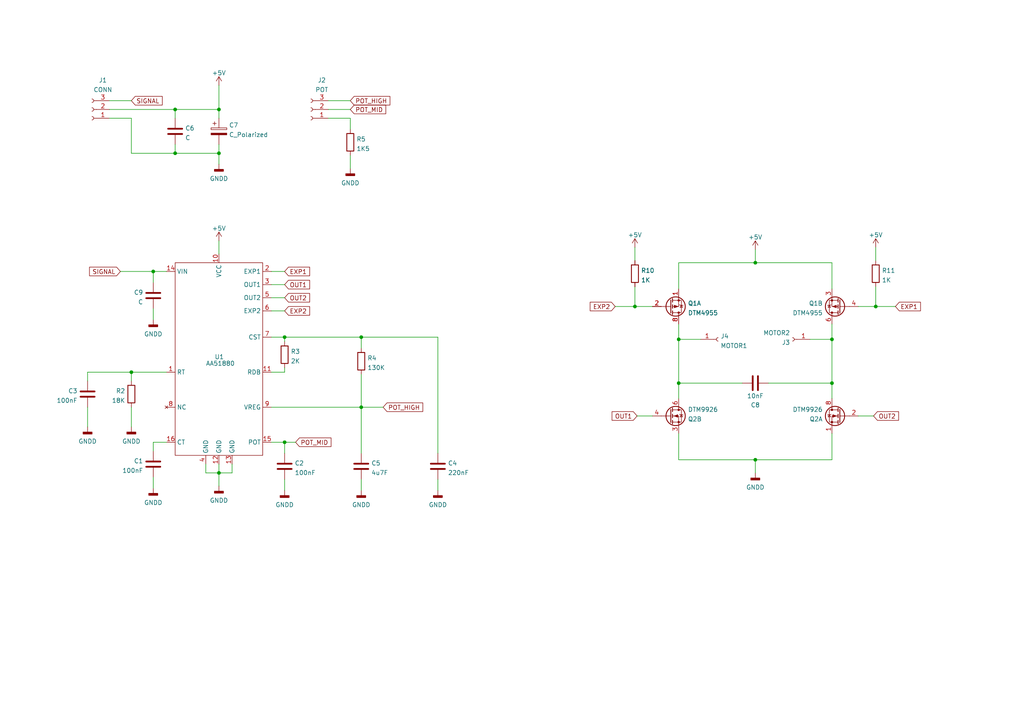
<source format=kicad_sch>
(kicad_sch (version 20211123) (generator eeschema)
  (paper "A4")
  (lib_symbols
    (symbol "Connector:Conn_01x01_Female" (pin_names (offset 1.016) hide)
      (property "Reference" "J" (at 0 2.54 0))
      (property "Value" "Conn_01x01_Female" (at 0 -2.54 0))
      (symbol "Conn_01x01_Female_1_1"
        (polyline (pts (xy -1.27 0) (xy -0.508 0)) (stroke (width 0.1524)))
        (arc (start 0 0.508) (mid -0.508 0) (end 0 -0.508) (stroke (width 0.1524)))
        (pin passive line (at -5.08 0 0) (length 3.81) (name "Pin_1") (number "1"))
      )
    )
    (symbol "Connector:Conn_01x03_Female" (pin_names (offset 1.016) hide)
      (property "Reference" "J" (at 0 5.08 0))
      (property "Value" "Conn_01x03_Female" (at 0 -5.08 0))
      (symbol "Conn_01x03_Female_1_1"
        (arc (start 0 -2.032) (mid -0.508 -2.54) (end 0 -3.048) (stroke (width 0.1524)))
        (polyline (pts (xy -1.27 -2.54) (xy -0.508 -2.54)) (stroke (width 0.1524)))
        (polyline (pts (xy -1.27 0) (xy -0.508 0)) (stroke (width 0.1524)))
        (polyline (pts (xy -1.27 2.54) (xy -0.508 2.54)) (stroke (width 0.1524)))
        (arc (start 0 0.508) (mid -0.508 0) (end 0 -0.508) (stroke (width 0.1524)))
        (arc (start 0 3.048) (mid -0.508 2.54) (end 0 2.032) (stroke (width 0.1524)))
        (pin passive line (at -5.08 2.54 0) (length 3.81) (name "Pin_1") (number "1"))
        (pin passive line (at -5.08 0 0) (length 3.81) (name "Pin_2") (number "2"))
        (pin passive line (at -5.08 -2.54 0) (length 3.81) (name "Pin_3") (number "3"))
      )
    )
    (symbol "Custom:AA51880"
      (property "Reference" "U" (at 0 11.43 0))
      (property "Value" "AA51880" (at 0 8.89 0))
      (symbol "AA51880_0_1"
        (rectangle (start -12.7 27.94) (end 12.7 -27.94) (stroke (width 0.1524)))
      )
      (symbol "AA51880_1_1"
        (pin passive line (at -15.24 -3.81 0) (length 2.54) (name "RT") (number "1"))
        (pin power_in line (at 0 30.48 270) (length 2.54) (name "VCC") (number "10"))
        (pin input line (at 15.24 -3.81 180) (length 2.54) (name "RDB") (number "11"))
        (pin power_in line (at 0 -30.48 90) (length 2.54) (name "GND") (number "12"))
        (pin power_in line (at 3.81 -30.48 90) (length 2.54) (name "GND") (number "13"))
        (pin power_in line (at -15.24 25.4 0) (length 2.54) (name "VIN") (number "14"))
        (pin input line (at 15.24 -24.13 180) (length 2.54) (name "POT") (number "15"))
        (pin passive line (at -15.24 -24.13 0) (length 2.54) (name "CT") (number "16"))
        (pin output line (at 15.24 25.4 180) (length 2.54) (name "EXP1") (number "2"))
        (pin output line (at 15.24 21.59 180) (length 2.54) (name "OUT1") (number "3"))
        (pin power_in line (at -3.81 -30.48 90) (length 2.54) (name "GND") (number "4"))
        (pin output line (at 15.24 17.78 180) (length 2.54) (name "OUT2") (number "5"))
        (pin output line (at 15.24 13.97 180) (length 2.54) (name "EXP2") (number "6"))
        (pin passive line (at 15.24 6.35 180) (length 2.54) (name "CST") (number "7"))
        (pin no_connect line (at -15.24 -13.97 0) (length 2.54) (name "NC") (number "8"))
        (pin output line (at 15.24 -13.97 180) (length 2.54) (name "VREG") (number "9"))
      )
    )
    (symbol "Custom:DTM4955" (pin_names hide)
      (property "Reference" "Q" (at 5.08 1.905 0))
      (property "Value" "DTM4955" (at 5.08 0 0))
      (symbol "DTM4955_0_1"
        (polyline (pts (xy 0.254 0) (xy -2.54 0)))
        (polyline (pts (xy 0.254 1.905) (xy 0.254 -1.905)) (stroke (width 0.254)))
        (polyline (pts (xy 0.762 -1.27) (xy 0.762 -2.286)) (stroke (width 0.254)))
        (polyline (pts (xy 0.762 0.508) (xy 0.762 -0.508)) (stroke (width 0.254)))
        (polyline (pts (xy 0.762 2.286) (xy 0.762 1.27)) (stroke (width 0.254)))
        (polyline (pts (xy 2.54 2.54) (xy 2.54 1.778)))
        (polyline (pts (xy 2.54 -2.54) (xy 2.54 0) (xy 0.762 0)))
        (polyline (pts (xy 0.762 1.778) (xy 3.302 1.778) (xy 3.302 -1.778) (xy 0.762 -1.778)))
        (polyline (pts (xy 2.286 0) (xy 1.27 -0.381) (xy 1.27 0.381) (xy 2.286 0)) (fill (type outline)))
        (polyline (pts (xy 2.794 -0.508) (xy 2.921 -0.381) (xy 3.683 -0.381) (xy 3.81 -0.254)))
        (polyline (pts (xy 3.302 -0.381) (xy 2.921 0.254) (xy 3.683 0.254) (xy 3.302 -0.381)))
        (circle (center 1.651 0) (radius 2.794) (stroke (width 0.254)))
        (circle (center 2.54 -1.778) (radius 0.254) (fill (type outline)))
        (circle (center 2.54 1.778) (radius 0.254) (fill (type outline)))
      )
      (symbol "DTM4955_1_1"
        (pin passive line (at 2.54 -5.08 90) (length 2.54) (name "S1") (number "1"))
        (pin input line (at -5.08 0 0) (length 2.54) (name "G1") (number "2"))
        (pin passive line (at 2.54 5.08 270) (length 2.54) hide (name "D1") (number "7"))
        (pin passive line (at 2.54 5.08 270) (length 2.54) (name "D1") (number "8"))
      )
      (symbol "DTM4955_2_1"
        (pin passive line (at 2.54 -5.08 90) (length 2.54) (name "S2") (number "3"))
        (pin input line (at -5.08 0 0) (length 2.54) (name "G2") (number "4"))
        (pin passive line (at 2.54 5.08 270) (length 2.54) hide (name "D2") (number "5"))
        (pin passive line (at 2.54 5.08 270) (length 2.54) (name "D2") (number "6"))
      )
    )
    (symbol "Custom:DTM9926" (pin_names hide)
      (property "Reference" "Q" (at 5.08 1.905 0))
      (property "Value" "DTM9926" (at 5.08 0 0))
      (symbol "DTM9926_0_1"
        (polyline (pts (xy 0.254 0) (xy -2.54 0)))
        (polyline (pts (xy 0.254 1.905) (xy 0.254 -1.905)) (stroke (width 0.254)))
        (polyline (pts (xy 0.762 -1.27) (xy 0.762 -2.286)) (stroke (width 0.254)))
        (polyline (pts (xy 0.762 0.508) (xy 0.762 -0.508)) (stroke (width 0.254)))
        (polyline (pts (xy 0.762 2.286) (xy 0.762 1.27)) (stroke (width 0.254)))
        (polyline (pts (xy 2.54 2.54) (xy 2.54 1.778)))
        (polyline (pts (xy 2.54 -2.54) (xy 2.54 0) (xy 0.762 0)))
        (polyline (pts (xy 0.762 1.778) (xy 3.302 1.778) (xy 3.302 -1.778) (xy 0.762 -1.778)))
        (polyline (pts (xy 1.27 0) (xy 2.286 0.381) (xy 2.286 -0.381) (xy 1.27 0)) (fill (type outline)))
        (polyline (pts (xy 2.794 0.508) (xy 2.921 0.381) (xy 3.683 0.381) (xy 3.81 0.254)))
        (polyline (pts (xy 3.302 0.381) (xy 2.921 -0.254) (xy 3.683 -0.254) (xy 3.302 0.381)))
        (circle (center 1.651 0) (radius 2.794) (stroke (width 0.254)))
        (circle (center 2.54 -1.778) (radius 0.254) (fill (type outline)))
        (circle (center 2.54 1.778) (radius 0.254) (fill (type outline)))
      )
      (symbol "DTM9926_1_1"
        (pin passive line (at 2.54 -5.08 90) (length 2.54) (name "S1") (number "1"))
        (pin input line (at -5.08 0 0) (length 2.54) (name "G1") (number "2"))
        (pin passive line (at 2.54 5.08 270) (length 2.54) hide (name "D1") (number "7"))
        (pin passive line (at 2.54 5.08 270) (length 2.54) (name "D1") (number "8"))
      )
      (symbol "DTM9926_2_1"
        (pin passive line (at 2.54 -5.08 90) (length 2.54) (name "S2") (number "3"))
        (pin input line (at -5.08 0 0) (length 2.54) (name "G2") (number "4"))
        (pin passive line (at 2.54 5.08 270) (length 2.54) hide (name "D2") (number "5"))
        (pin passive line (at 2.54 5.08 270) (length 2.54) (name "D2") (number "6"))
      )
    )
    (symbol "Device:C" (pin_numbers hide) (pin_names (offset 0.254))
      (property "Reference" "C" (at 0.635 2.54 0))
      (property "Value" "C" (at 0.635 -2.54 0))
      (symbol "C_0_1"
        (polyline (pts (xy -2.032 -0.762) (xy 2.032 -0.762)) (stroke (width 0.508)))
        (polyline (pts (xy -2.032 0.762) (xy 2.032 0.762)) (stroke (width 0.508)))
      )
      (symbol "C_1_1"
        (pin passive line (at 0 3.81 270) (length 2.794) (name "~") (number "1"))
        (pin passive line (at 0 -3.81 90) (length 2.794) (name "~") (number "2"))
      )
    )
    (symbol "Device:C_Polarized" (pin_numbers hide) (pin_names (offset 0.254))
      (property "Reference" "C" (at 0.635 2.54 0))
      (property "Value" "C_Polarized" (at 0.635 -2.54 0))
      (symbol "C_Polarized_0_1"
        (rectangle (start -2.286 0.508) (end 2.286 1.016))
        (polyline (pts (xy -1.778 2.286) (xy -0.762 2.286)))
        (polyline (pts (xy -1.27 2.794) (xy -1.27 1.778)))
        (rectangle (start 2.286 -0.508) (end -2.286 -1.016) (fill (type outline)))
      )
      (symbol "C_Polarized_1_1"
        (pin passive line (at 0 3.81 270) (length 2.794) (name "~") (number "1"))
        (pin passive line (at 0 -3.81 90) (length 2.794) (name "~") (number "2"))
      )
    )
    (symbol "Device:R" (pin_numbers hide) (pin_names (offset 0))
      (property "Reference" "R" (at 2.032 0 90))
      (property "Value" "R" (at 0 0 90))
      (symbol "R_0_1"
        (rectangle (start -1.016 -2.54) (end 1.016 2.54) (stroke (width 0.254)))
      )
      (symbol "R_1_1"
        (pin passive line (at 0 3.81 270) (length 1.27) (name "~") (number "1"))
        (pin passive line (at 0 -3.81 90) (length 1.27) (name "~") (number "2"))
      )
    )
    (symbol "power:+5V" (power) (pin_names (offset 0))
      (property "Value" "+5V" (at 0 3.556 0))
      (symbol "+5V_0_1"
        (polyline (pts (xy -0.762 1.27) (xy 0 2.54)))
        (polyline (pts (xy 0 0) (xy 0 2.54)))
        (polyline (pts (xy 0 2.54) (xy 0.762 1.27)))
      )
      (symbol "+5V_1_1"
        (pin power_in line (at 0 0 90) (length 0) hide (name "+5V") (number "1"))
      )
    )
    (symbol "power:GNDD" (power) (pin_names (offset 0))
      (property "Value" "GNDD" (at 0 -3.175 0))
      (symbol "GNDD_0_1"
        (rectangle (start -1.27 -1.524) (end 1.27 -2.032) (stroke (width 0.254)) (fill (type outline)))
        (polyline (pts (xy 0 0) (xy 0 -1.524)))
      )
      (symbol "GNDD_1_1"
        (pin power_in line (at 0 0 270) (length 0) hide (name "GNDD") (number "1"))
      )
    )
  )
  (junction (at 44.45 78.74))
  (junction (at 63.5 31.75))
  (junction (at 38.1 107.95))
  (junction (at 104.775 97.79))
  (junction (at 50.8 44.45))
  (junction (at 219.075 133.35))
  (junction (at 241.3 111.125))
  (junction (at 50.8 31.75))
  (junction (at 82.55 97.79))
  (junction (at 241.3 98.425))
  (junction (at 254 88.9))
  (junction (at 184.15 88.9))
  (junction (at 63.5 137.16))
  (junction (at 196.85 98.425))
  (junction (at 82.55 128.27))
  (junction (at 104.775 118.11))
  (junction (at 219.075 76.2))
  (junction (at 196.85 111.125))
  (junction (at 63.5 44.45))
  (wire (pts (xy 196.85 93.98) (xy 196.85 98.425)))
  (wire (pts (xy 219.075 76.2) (xy 241.3 76.2)))
  (wire (pts (xy 178.435 88.9) (xy 184.15 88.9)))
  (wire (pts (xy 63.5 24.765) (xy 63.5 31.75)))
  (wire (pts (xy 104.775 131.445) (xy 104.775 118.11)))
  (wire (pts (xy 63.5 137.16) (xy 67.31 137.16)))
  (wire (pts (xy 82.55 107.95) (xy 82.55 106.68)))
  (wire (pts (xy 63.5 73.66) (xy 63.5 69.85)))
  (wire (pts (xy 25.4 107.95) (xy 25.4 110.49)))
  (wire (pts (xy 104.775 97.79) (xy 104.775 100.965)))
  (wire (pts (xy 241.3 93.98) (xy 241.3 98.425)))
  (wire (pts (xy 82.55 97.79) (xy 82.55 99.06)))
  (wire (pts (xy 63.5 137.16) (xy 63.5 140.97)))
  (wire (pts (xy 101.6 45.085) (xy 101.6 48.895)))
  (wire (pts (xy 78.74 128.27) (xy 82.55 128.27)))
  (wire (pts (xy 82.55 128.27) (xy 82.55 131.445)))
  (wire (pts (xy 38.1 118.11) (xy 38.1 123.825)))
  (wire (pts (xy 104.775 139.065) (xy 104.775 142.24)))
  (wire (pts (xy 104.775 118.11) (xy 111.125 118.11)))
  (wire (pts (xy 44.45 78.74) (xy 48.26 78.74)))
  (wire (pts (xy 44.45 128.27) (xy 44.45 130.81)))
  (wire (pts (xy 196.85 76.2) (xy 219.075 76.2)))
  (wire (pts (xy 219.075 133.35) (xy 219.075 137.16)))
  (wire (pts (xy 104.775 108.585) (xy 104.775 118.11)))
  (wire (pts (xy 59.69 134.62) (xy 59.69 137.16)))
  (wire (pts (xy 196.85 133.35) (xy 196.85 125.73)))
  (wire (pts (xy 184.15 75.565) (xy 184.15 71.755)))
  (wire (pts (xy 241.3 98.425) (xy 241.3 111.125)))
  (wire (pts (xy 95.25 31.75) (xy 101.6 31.75)))
  (wire (pts (xy 95.25 29.21) (xy 101.6 29.21)))
  (wire (pts (xy 234.95 98.425) (xy 241.3 98.425)))
  (wire (pts (xy 82.55 139.065) (xy 82.55 142.24)))
  (wire (pts (xy 44.45 89.535) (xy 44.45 92.71)))
  (wire (pts (xy 63.5 41.91) (xy 63.5 44.45)))
  (wire (pts (xy 95.25 34.29) (xy 101.6 34.29)))
  (wire (pts (xy 48.26 128.27) (xy 44.45 128.27)))
  (wire (pts (xy 78.74 86.36) (xy 82.55 86.36)))
  (wire (pts (xy 248.92 88.9) (xy 254 88.9)))
  (wire (pts (xy 38.1 107.95) (xy 38.1 110.49)))
  (wire (pts (xy 196.85 98.425) (xy 203.2 98.425)))
  (wire (pts (xy 44.45 138.43) (xy 44.45 141.605)))
  (wire (pts (xy 63.5 134.62) (xy 63.5 137.16)))
  (wire (pts (xy 78.74 118.11) (xy 104.775 118.11)))
  (wire (pts (xy 59.69 137.16) (xy 63.5 137.16)))
  (wire (pts (xy 82.55 97.79) (xy 104.775 97.79)))
  (wire (pts (xy 78.74 78.74) (xy 82.55 78.74)))
  (wire (pts (xy 196.85 98.425) (xy 196.85 111.125)))
  (wire (pts (xy 196.85 83.82) (xy 196.85 76.2)))
  (wire (pts (xy 63.5 34.29) (xy 63.5 31.75)))
  (wire (pts (xy 63.5 31.75) (xy 50.8 31.75)))
  (wire (pts (xy 67.31 134.62) (xy 67.31 137.16)))
  (wire (pts (xy 25.4 118.11) (xy 25.4 123.825)))
  (wire (pts (xy 254 88.9) (xy 259.715 88.9)))
  (wire (pts (xy 63.5 44.45) (xy 50.8 44.45)))
  (wire (pts (xy 31.75 31.75) (xy 50.8 31.75)))
  (wire (pts (xy 241.3 76.2) (xy 241.3 83.82)))
  (wire (pts (xy 31.75 34.29) (xy 38.1 34.29)))
  (wire (pts (xy 196.85 111.125) (xy 215.265 111.125)))
  (wire (pts (xy 31.75 29.21) (xy 38.1 29.21)))
  (wire (pts (xy 219.075 76.2) (xy 219.075 72.39)))
  (wire (pts (xy 78.74 82.55) (xy 82.55 82.55)))
  (wire (pts (xy 127 97.79) (xy 127 131.445)))
  (wire (pts (xy 78.74 97.79) (xy 82.55 97.79)))
  (wire (pts (xy 38.1 34.29) (xy 38.1 44.45)))
  (wire (pts (xy 78.74 107.95) (xy 82.55 107.95)))
  (wire (pts (xy 38.1 107.95) (xy 48.26 107.95)))
  (wire (pts (xy 101.6 34.29) (xy 101.6 37.465)))
  (wire (pts (xy 219.075 133.35) (xy 196.85 133.35)))
  (wire (pts (xy 127 139.065) (xy 127 142.24)))
  (wire (pts (xy 254 83.185) (xy 254 88.9)))
  (wire (pts (xy 241.3 125.73) (xy 241.3 133.35)))
  (wire (pts (xy 248.92 120.65) (xy 253.365 120.65)))
  (wire (pts (xy 222.885 111.125) (xy 241.3 111.125)))
  (wire (pts (xy 241.3 111.125) (xy 241.3 115.57)))
  (wire (pts (xy 78.74 90.17) (xy 82.55 90.17)))
  (wire (pts (xy 25.4 107.95) (xy 38.1 107.95)))
  (wire (pts (xy 104.775 97.79) (xy 127 97.79)))
  (wire (pts (xy 184.15 88.9) (xy 189.23 88.9)))
  (wire (pts (xy 241.3 133.35) (xy 219.075 133.35)))
  (wire (pts (xy 50.8 44.45) (xy 50.8 41.91)))
  (wire (pts (xy 196.85 111.125) (xy 196.85 115.57)))
  (wire (pts (xy 50.8 34.29) (xy 50.8 31.75)))
  (wire (pts (xy 44.45 78.74) (xy 44.45 81.915)))
  (wire (pts (xy 63.5 47.625) (xy 63.5 44.45)))
  (wire (pts (xy 254 75.565) (xy 254 71.755)))
  (wire (pts (xy 38.1 44.45) (xy 50.8 44.45)))
  (wire (pts (xy 82.55 128.27) (xy 85.725 128.27)))
  (wire (pts (xy 34.925 78.74) (xy 44.45 78.74)))
  (wire (pts (xy 184.785 120.65) (xy 189.23 120.65)))
  (wire (pts (xy 184.15 83.185) (xy 184.15 88.9)))
  (global_label "OUT1" (shape input) (at 184.785 120.65 180) (property "Intersheet References" "${INTERSHEET_REFS}" (effects hide)))
  (global_label "OUT2" (shape input) (at 82.55 86.36 0) (property "Intersheet References" "${INTERSHEET_REFS}" (effects hide)))
  (global_label "EXP1" (shape input) (at 82.55 78.74 0) (property "Intersheet References" "${INTERSHEET_REFS}" (effects hide)))
  (global_label "OUT1" (shape input) (at 82.55 82.55 0) (property "Intersheet References" "${INTERSHEET_REFS}" (effects hide)))
  (global_label "POT_MID" (shape input) (at 85.725 128.27 0) (property "Intersheet References" "${INTERSHEET_REFS}" (effects hide)))
  (global_label "SIGNAL" (shape input) (at 34.925 78.74 180) (property "Intersheet References" "${INTERSHEET_REFS}" (effects hide)))
  (global_label "SIGNAL" (shape input) (at 38.1 29.21 0) (property "Intersheet References" "${INTERSHEET_REFS}" (effects hide)))
  (global_label "POT_MID" (shape input) (at 101.6 31.75 0) (property "Intersheet References" "${INTERSHEET_REFS}" (effects hide)))
  (global_label "EXP2" (shape input) (at 178.435 88.9 180) (property "Intersheet References" "${INTERSHEET_REFS}" (effects hide)))
  (global_label "OUT2" (shape input) (at 253.365 120.65 0) (property "Intersheet References" "${INTERSHEET_REFS}" (effects hide)))
  (global_label "POT_HIGH" (shape input) (at 111.125 118.11 0) (property "Intersheet References" "${INTERSHEET_REFS}" (effects hide)))
  (global_label "EXP1" (shape input) (at 259.715 88.9 0) (property "Intersheet References" "${INTERSHEET_REFS}" (effects hide)))
  (global_label "POT_HIGH" (shape input) (at 101.6 29.21 0) (property "Intersheet References" "${INTERSHEET_REFS}" (effects hide)))
  (global_label "EXP2" (shape input) (at 82.55 90.17 0) (property "Intersheet References" "${INTERSHEET_REFS}" (effects hide)))
  (symbol (lib_id "Custom:DTM9926") (at 194.31 120.65 0) (unit 2)
    (property "Reference" "Q2" (at 199.517 121.5585 0) (effects (justify left)))
    (property "Value" "DTM9926" (at 199.517 118.7834 0) (effects (justify left)))
    (property "Footprint" "Package_SO:SOIC-8_3.9x4.9mm_P1.27mm" (effects hide))
  )
  (symbol (lib_id "power:GNDD") (at 127 142.24 0) (unit 1)
    (property "Reference" "#PWR0111" (effects hide))
    (property "Value" "GNDD" (at 127 146.4215 0))
  )
  (symbol (lib_id "Device:C") (at 219.075 111.125 90) (unit 1)
    (property "Reference" "C8" (at 219.075 117.475 90))
    (property "Value" "10nF" (at 219.075 115.57 90) (effects (justify top)))
    (property "Footprint" "Capacitor_SMD:C_0402_1005Metric" (effects hide))
  )
  (symbol (lib_id "Device:C") (at 44.45 134.62 0) (mirror x) (unit 1)
    (property "Reference" "C1" (at 41.529 133.7115 0) (effects (justify right)))
    (property "Value" "100nF" (at 41.529 136.4866 0) (effects (justify right)))
    (property "Footprint" "Capacitor_SMD:C_0402_1005Metric" (effects hide))
  )
  (symbol (lib_id "power:GNDD") (at 63.5 140.97 0) (unit 1)
    (property "Reference" "#PWR0104" (effects hide))
    (property "Value" "GNDD" (at 63.5 145.1515 0))
  )
  (symbol (lib_id "power:GNDD") (at 82.55 142.24 0) (unit 1)
    (property "Reference" "#PWR0109" (effects hide))
    (property "Value" "GNDD" (at 82.55 146.4215 0))
  )
  (symbol (lib_id "power:GNDD") (at 44.45 92.71 0) (unit 1)
    (property "Reference" "#PWR0116" (effects hide))
    (property "Value" "GNDD" (at 44.45 96.8915 0))
  )
  (symbol (lib_id "Device:R") (at 184.15 79.375 0) (unit 1)
    (property "Reference" "R10" (at 185.928 78.4665 0) (effects (justify left)))
    (property "Value" "1K" (at 185.928 81.2416 0) (effects (justify left)))
    (property "Footprint" "Resistor_SMD:R_0402_1005Metric" (effects hide))
  )
  (symbol (lib_id "Device:R") (at 101.6 41.275 0) (unit 1)
    (property "Reference" "R5" (at 103.378 40.3665 0) (effects (justify left)))
    (property "Value" "1K5" (at 103.378 43.1416 0) (effects (justify left)))
    (property "Footprint" "Resistor_SMD:R_0402_1005Metric" (effects hide))
  )
  (symbol (lib_id "Device:C") (at 44.45 85.725 0) (unit 1)
    (property "Reference" "C9" (at 41.529 84.8165 0) (effects (justify right)))
    (property "Value" "C" (at 41.529 87.5916 0) (effects (justify right)))
    (property "Footprint" "Capacitor_SMD:C_0402_1005Metric" (effects hide))
  )
  (symbol (lib_id "Custom:DTM4955") (at 194.31 88.9 0) (mirror x) (unit 1)
    (property "Reference" "Q1" (at 199.517 87.9915 0) (effects (justify left)))
    (property "Value" "DTM4955" (at 199.517 90.7666 0) (effects (justify left)))
    (property "Footprint" "Package_SO:SOIC-8_3.9x4.9mm_P1.27mm" (effects hide))
  )
  (symbol (lib_id "Connector:Conn_01x01_Female") (at 229.87 98.425 180) (unit 1)
    (property "Reference" "J3" (at 229.1588 99.3335 0) (effects (justify left)))
    (property "Value" "MOTOR2" (at 229.1588 96.5584 0) (effects (justify left)))
    (property "Footprint" "Connector_PinSocket_2.54mm:PinSocket_1x01_P2.54mm_Vertical" (effects hide))
  )
  (symbol (lib_id "Device:R") (at 38.1 114.3 0) (mirror y) (unit 1)
    (property "Reference" "R2" (at 36.322 113.3915 0) (effects (justify left)))
    (property "Value" "18K" (at 36.322 116.1666 0) (effects (justify left)))
    (property "Footprint" "Resistor_SMD:R_0402_1005Metric" (effects hide))
  )
  (symbol (lib_id "Device:C") (at 25.4 114.3 0) (mirror y) (unit 1)
    (property "Reference" "C3" (at 22.479 113.3915 0) (effects (justify left)))
    (property "Value" "100nF" (at 22.479 116.1666 0) (effects (justify left)))
    (property "Footprint" "Capacitor_SMD:C_0402_1005Metric" (effects hide))
  )
  (symbol (lib_id "Custom:DTM4955") (at 243.84 88.9 180) (unit 2)
    (property "Reference" "Q1" (at 238.6331 87.9915 0) (effects (justify left)))
    (property "Value" "DTM4955" (at 238.6331 90.7666 0) (effects (justify left)))
    (property "Footprint" "Package_SO:SOIC-8_3.9x4.9mm_P1.27mm" (effects hide))
  )
  (symbol (lib_id "Device:R") (at 104.775 104.775 180) (unit 1)
    (property "Reference" "R4" (at 106.553 103.8665 0) (effects (justify right)))
    (property "Value" "130K" (at 106.553 106.6416 0) (effects (justify right)))
    (property "Footprint" "Resistor_SMD:R_0402_1005Metric" (effects hide))
  )
  (symbol (lib_id "power:GNDD") (at 104.775 142.24 0) (unit 1)
    (property "Reference" "#PWR0110" (effects hide))
    (property "Value" "GNDD" (at 104.775 146.4215 0))
  )
  (symbol (lib_id "Device:C_Polarized") (at 63.5 38.1 0) (unit 1)
    (property "Reference" "C7" (at 66.421 36.3025 0) (effects (justify left)))
    (property "Value" "C_Polarized" (at 66.421 39.0776 0) (effects (justify left)))
    (property "Footprint" "Capacitor_SMD:C_1206_3216Metric" (effects hide))
  )
  (symbol (lib_id "Device:C") (at 127 135.255 0) (unit 1)
    (property "Reference" "C4" (at 129.921 134.3465 0) (effects (justify left)))
    (property "Value" "220nF" (at 129.921 137.1216 0) (effects (justify left)))
    (property "Footprint" "Capacitor_SMD:C_0402_1005Metric" (effects hide))
  )
  (symbol (lib_id "power:+5V") (at 219.075 72.39 0) (unit 1)
    (property "Reference" "#PWR0106" (effects hide))
    (property "Value" "+5V" (at 219.075 68.7855 0))
  )
  (symbol (lib_id "Device:C") (at 50.8 38.1 0) (unit 1)
    (property "Reference" "C6" (at 53.721 37.1915 0) (effects (justify left)))
    (property "Value" "C" (at 53.721 39.9666 0) (effects (justify left)))
    (property "Footprint" "Capacitor_SMD:C_0402_1005Metric" (effects hide))
  )
  (symbol (lib_id "Connector:Conn_01x01_Female") (at 208.28 98.425 0) (unit 1)
    (property "Reference" "J4" (at 208.9912 97.5165 0) (effects (justify left)))
    (property "Value" "MOTOR1" (at 208.9912 100.2916 0) (effects (justify left)))
    (property "Footprint" "Connector_PinSocket_2.54mm:PinSocket_1x01_P2.54mm_Vertical" (effects hide))
  )
  (symbol (lib_id "power:GNDD") (at 219.075 137.16 0) (unit 1)
    (property "Reference" "#PWR0105" (effects hide))
    (property "Value" "GNDD" (at 219.075 141.3415 0))
  )
  (symbol (lib_id "power:+5V") (at 63.5 24.765 0) (unit 1)
    (property "Reference" "#PWR0113" (effects hide))
    (property "Value" "+5V" (at 63.5 21.1605 0))
  )
  (symbol (lib_id "Device:C") (at 104.775 135.255 0) (unit 1)
    (property "Reference" "C5" (at 107.696 134.3465 0) (effects (justify left)))
    (property "Value" "4u7F" (at 107.696 137.1216 0) (effects (justify left)))
    (property "Footprint" "Capacitor_SMD:C_0402_1005Metric" (effects hide))
  )
  (symbol (lib_id "power:+5V") (at 63.5 69.85 0) (unit 1)
    (property "Reference" "#PWR0112" (effects hide))
    (property "Value" "+5V" (at 63.5 66.2455 0))
  )
  (symbol (lib_id "Device:C") (at 82.55 135.255 0) (unit 1)
    (property "Reference" "C2" (at 85.471 134.3465 0) (effects (justify left)))
    (property "Value" "100nF" (at 85.471 137.1216 0) (effects (justify left)))
    (property "Footprint" "Capacitor_SMD:C_0402_1005Metric" (effects hide))
  )
  (symbol (lib_id "Device:R") (at 254 79.375 0) (unit 1)
    (property "Reference" "R11" (at 255.778 78.4665 0) (effects (justify left)))
    (property "Value" "1K" (at 255.778 81.2416 0) (effects (justify left)))
    (property "Footprint" "Resistor_SMD:R_0402_1005Metric" (effects hide))
  )
  (symbol (lib_id "power:+5V") (at 254 71.755 0) (unit 1)
    (property "Reference" "#PWR0108" (effects hide))
    (property "Value" "+5V" (at 254 68.1505 0))
  )
  (symbol (lib_id "Device:R") (at 82.55 102.87 180) (unit 1)
    (property "Reference" "R3" (at 84.328 101.9615 0) (effects (justify right)))
    (property "Value" "2K" (at 84.328 104.7366 0) (effects (justify right)))
    (property "Footprint" "Resistor_SMD:R_0402_1005Metric" (effects hide))
  )
  (symbol (lib_id "power:GNDD") (at 38.1 123.825 0) (mirror y) (unit 1)
    (property "Reference" "#PWR0103" (effects hide))
    (property "Value" "GNDD" (at 38.1 128.0065 0))
  )
  (symbol (lib_id "Custom:AA51880") (at 63.5 104.14 0) (unit 1)
    (property "Reference" "U1" (at 62.23 103.505 0) (effects (justify left)))
    (property "Value" "AA51880" (at 59.69 105.41 0) (effects (justify left)))
    (property "Footprint" "Package_SO:SSOP-16_3.9x4.9mm_P0.635mm" (effects hide))
  )
  (symbol (lib_id "power:GNDD") (at 44.45 141.605 0) (unit 1)
    (property "Reference" "#PWR0102" (effects hide))
    (property "Value" "GNDD" (at 44.45 145.7865 0))
  )
  (symbol (lib_id "Connector:Conn_01x03_Female") (at 26.67 31.75 180) (unit 1)
    (property "Reference" "J1" (at 29.845 23.2599 0))
    (property "Value" "CONN" (at 29.845 26.035 0))
    (property "Footprint" "Custom Footprints:surface connector 1x3" (effects hide))
  )
  (symbol (lib_id "Custom:DTM9926") (at 243.84 120.65 0) (mirror y) (unit 1)
    (property "Reference" "Q2" (at 238.6331 121.5585 0) (effects (justify left)))
    (property "Value" "DTM9926" (at 238.6331 118.7834 0) (effects (justify left)))
    (property "Footprint" "Package_SO:SOIC-8_3.9x4.9mm_P1.27mm" (effects hide))
  )
  (symbol (lib_id "Connector:Conn_01x03_Female") (at 90.17 31.75 180) (unit 1)
    (property "Reference" "J2" (at 93.345 23.2599 0))
    (property "Value" "POT" (at 93.345 26.035 0))
    (property "Footprint" "Connector_PinSocket_2.54mm:PinSocket_1x03_P2.54mm_Vertical" (effects hide))
  )
  (symbol (lib_id "power:GNDD") (at 25.4 123.825 0) (mirror y) (unit 1)
    (property "Reference" "#PWR0101" (effects hide))
    (property "Value" "GNDD" (at 25.4 128.0065 0))
  )
  (symbol (lib_id "power:+5V") (at 184.15 71.755 0) (unit 1)
    (property "Reference" "#PWR0107" (effects hide))
    (property "Value" "+5V" (at 184.15 68.1505 0))
  )
  (symbol (lib_id "power:GNDD") (at 63.5 47.625 0) (unit 1)
    (property "Reference" "#PWR0114" (effects hide))
    (property "Value" "GNDD" (at 63.5 51.8065 0))
  )
  (symbol (lib_id "power:GNDD") (at 101.6 48.895 0) (unit 1)
    (property "Reference" "#PWR0115" (effects hide))
    (property "Value" "GNDD" (at 101.6 53.0765 0))
  )
)
</source>
